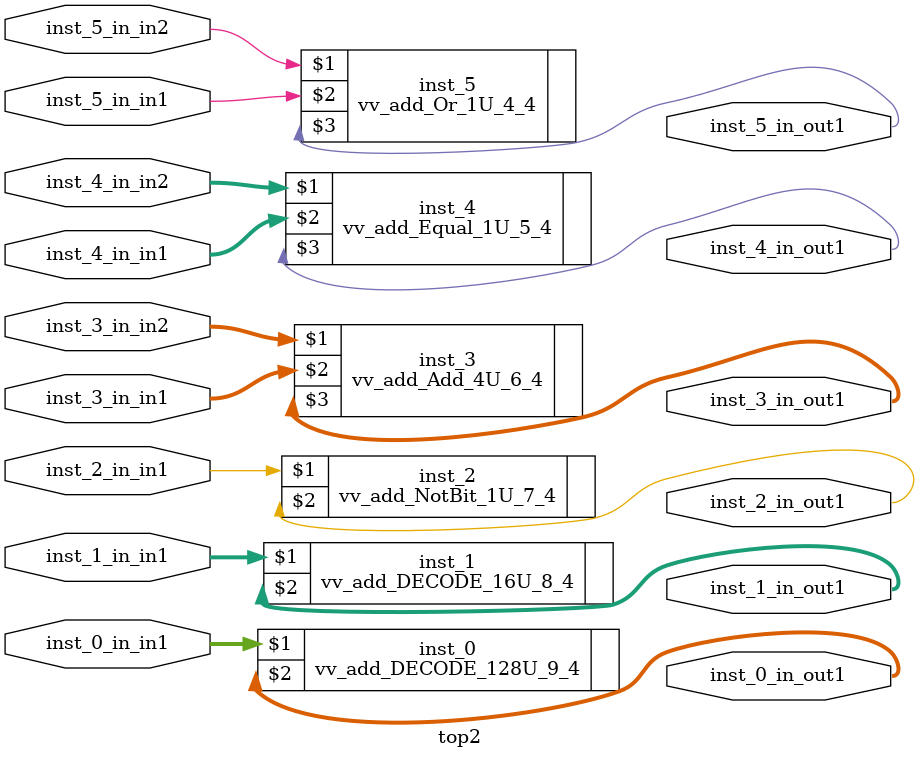
<source format=v>
module top2 (
inst_0_in_in1,
inst_1_in_in1,
inst_2_in_in1,
inst_3_in_in2,
inst_3_in_in1,
inst_4_in_in2,
inst_4_in_in1,
inst_5_in_in2,
inst_5_in_in1,
inst_0_in_out1,
inst_1_in_out1,
inst_2_in_out1,
inst_3_in_out1,
inst_4_in_out1,
inst_5_in_out1
);

input [6:0] inst_0_in_in1;
input [3:0] inst_1_in_in1;
input  inst_2_in_in1;
input [3:0] inst_3_in_in2;
input [3:0] inst_3_in_in1;
input [6:0] inst_4_in_in2;
input [6:0] inst_4_in_in1;
input  inst_5_in_in2;
input  inst_5_in_in1;
output [127:0] inst_0_in_out1;
output [15:0] inst_1_in_out1;
output  inst_2_in_out1;
output [3:0] inst_3_in_out1;
output  inst_4_in_out1;
output  inst_5_in_out1;

vv_add_DECODE_128U_9_4 inst_0 (inst_0_in_in1, inst_0_in_out1);
vv_add_DECODE_16U_8_4 inst_1 (inst_1_in_in1, inst_1_in_out1);
vv_add_NotBit_1U_7_4 inst_2 (inst_2_in_in1, inst_2_in_out1);
vv_add_Add_4U_6_4 inst_3 (inst_3_in_in2, inst_3_in_in1, inst_3_in_out1);
vv_add_Equal_1U_5_4 inst_4 (inst_4_in_in2, inst_4_in_in1, inst_4_in_out1);
vv_add_Or_1U_4_4 inst_5 (inst_5_in_in2, inst_5_in_in1, inst_5_in_out1);

endmodule

</source>
